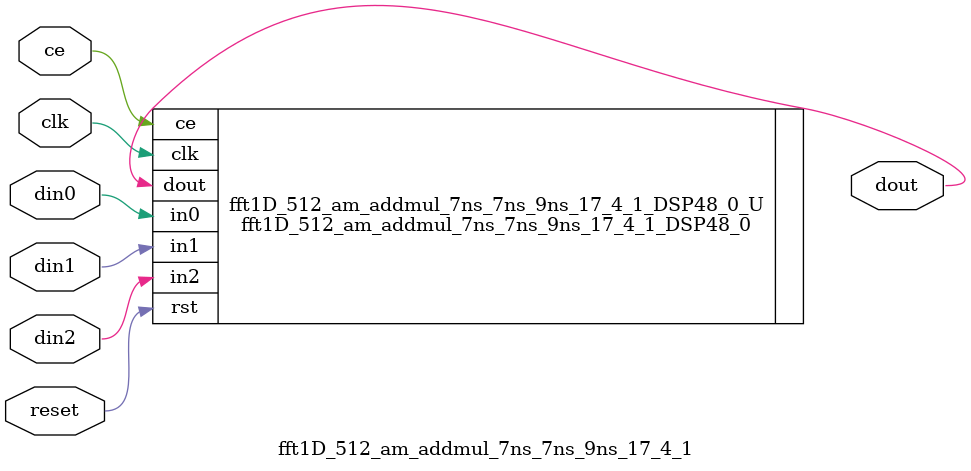
<source format=v>
module fft1D_512_am_addmul_7ns_7ns_9ns_17_4_1(clk,reset,ce,din0,din1,din2,dout); 
parameter ID = 32'd1;
parameter NUM_STAGE = 32'd1;
parameter din0_WIDTH = 32'd1;
parameter din1_WIDTH = 32'd1;
parameter din2_WIDTH = 32'd1;
parameter dout_WIDTH = 32'd1;
input clk;
input reset;
input ce;
input[din0_WIDTH - 1:0] din0;
input[din1_WIDTH - 1:0] din1;
input[din2_WIDTH - 1:0] din2;
output[dout_WIDTH - 1:0] dout;
fft1D_512_am_addmul_7ns_7ns_9ns_17_4_1_DSP48_0 fft1D_512_am_addmul_7ns_7ns_9ns_17_4_1_DSP48_0_U(.clk( clk ),.rst( reset ),.ce( ce ),.in0( din0 ),.in1( din1 ),.in2( din2 ),.dout( dout ));
endmodule
</source>
